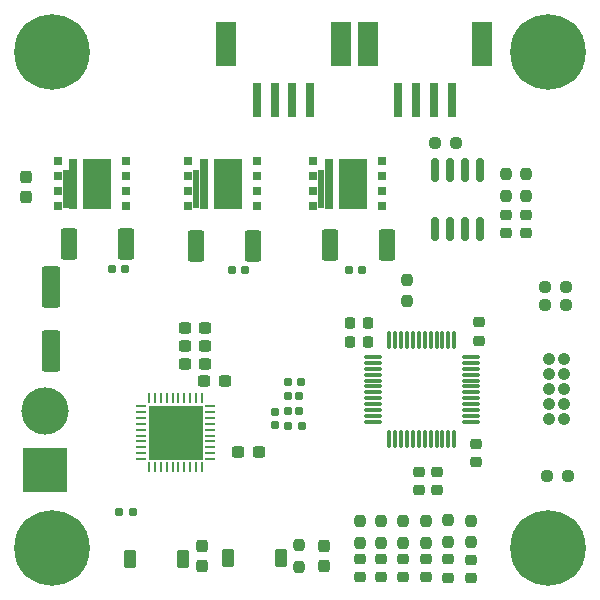
<source format=gts>
%TF.GenerationSoftware,KiCad,Pcbnew,8.0.4-8.0.4-0~ubuntu22.04.1*%
%TF.CreationDate,2024-08-14T23:11:35+09:00*%
%TF.ProjectId,motor_driver,6d6f746f-725f-4647-9269-7665722e6b69,rev?*%
%TF.SameCoordinates,Original*%
%TF.FileFunction,Soldermask,Top*%
%TF.FilePolarity,Negative*%
%FSLAX46Y46*%
G04 Gerber Fmt 4.6, Leading zero omitted, Abs format (unit mm)*
G04 Created by KiCad (PCBNEW 8.0.4-8.0.4-0~ubuntu22.04.1) date 2024-08-14 23:11:35*
%MOMM*%
%LPD*%
G01*
G04 APERTURE LIST*
G04 Aperture macros list*
%AMRoundRect*
0 Rectangle with rounded corners*
0 $1 Rounding radius*
0 $2 $3 $4 $5 $6 $7 $8 $9 X,Y pos of 4 corners*
0 Add a 4 corners polygon primitive as box body*
4,1,4,$2,$3,$4,$5,$6,$7,$8,$9,$2,$3,0*
0 Add four circle primitives for the rounded corners*
1,1,$1+$1,$2,$3*
1,1,$1+$1,$4,$5*
1,1,$1+$1,$6,$7*
1,1,$1+$1,$8,$9*
0 Add four rect primitives between the rounded corners*
20,1,$1+$1,$2,$3,$4,$5,0*
20,1,$1+$1,$4,$5,$6,$7,0*
20,1,$1+$1,$6,$7,$8,$9,0*
20,1,$1+$1,$8,$9,$2,$3,0*%
G04 Aperture macros list end*
%ADD10RoundRect,0.218750X0.256250X-0.218750X0.256250X0.218750X-0.256250X0.218750X-0.256250X-0.218750X0*%
%ADD11R,0.800000X2.900000*%
%ADD12R,1.800000X3.800000*%
%ADD13RoundRect,0.237500X-0.300000X-0.237500X0.300000X-0.237500X0.300000X0.237500X-0.300000X0.237500X0*%
%ADD14RoundRect,0.249999X-0.450001X-1.075001X0.450001X-1.075001X0.450001X1.075001X-0.450001X1.075001X0*%
%ADD15RoundRect,0.075000X-0.662500X-0.075000X0.662500X-0.075000X0.662500X0.075000X-0.662500X0.075000X0*%
%ADD16RoundRect,0.075000X-0.075000X-0.662500X0.075000X-0.662500X0.075000X0.662500X-0.075000X0.662500X0*%
%ADD17C,3.600000*%
%ADD18C,6.400000*%
%ADD19RoundRect,0.155000X0.212500X0.155000X-0.212500X0.155000X-0.212500X-0.155000X0.212500X-0.155000X0*%
%ADD20RoundRect,0.155000X-0.212500X-0.155000X0.212500X-0.155000X0.212500X0.155000X-0.212500X0.155000X0*%
%ADD21RoundRect,0.225000X-0.250000X0.225000X-0.250000X-0.225000X0.250000X-0.225000X0.250000X0.225000X0*%
%ADD22RoundRect,0.160000X0.197500X0.160000X-0.197500X0.160000X-0.197500X-0.160000X0.197500X-0.160000X0*%
%ADD23R,3.800000X3.800000*%
%ADD24C,4.000000*%
%ADD25RoundRect,0.237500X-0.250000X-0.237500X0.250000X-0.237500X0.250000X0.237500X-0.250000X0.237500X0*%
%ADD26RoundRect,0.237500X0.237500X-0.250000X0.237500X0.250000X-0.237500X0.250000X-0.237500X-0.250000X0*%
%ADD27RoundRect,0.175000X0.175000X-0.200000X0.175000X0.200000X-0.175000X0.200000X-0.175000X-0.200000X0*%
%ADD28RoundRect,0.262500X-0.262500X-0.537500X0.262500X-0.537500X0.262500X0.537500X-0.262500X0.537500X0*%
%ADD29R,0.800000X0.750000*%
%ADD30R,2.400000X4.200000*%
%ADD31R,0.750000X4.200000*%
%ADD32R,0.550000X3.280000*%
%ADD33RoundRect,0.150000X0.150000X-0.825000X0.150000X0.825000X-0.150000X0.825000X-0.150000X-0.825000X0*%
%ADD34RoundRect,0.237500X-0.237500X0.250000X-0.237500X-0.250000X0.237500X-0.250000X0.237500X0.250000X0*%
%ADD35C,1.070000*%
%ADD36RoundRect,0.237500X0.237500X-0.300000X0.237500X0.300000X-0.237500X0.300000X-0.237500X-0.300000X0*%
%ADD37RoundRect,0.225000X0.250000X-0.225000X0.250000X0.225000X-0.250000X0.225000X-0.250000X-0.225000X0*%
%ADD38RoundRect,0.262500X0.262500X0.537500X-0.262500X0.537500X-0.262500X-0.537500X0.262500X-0.537500X0*%
%ADD39RoundRect,0.155000X0.155000X-0.212500X0.155000X0.212500X-0.155000X0.212500X-0.155000X-0.212500X0*%
%ADD40RoundRect,0.250000X0.550000X-1.500000X0.550000X1.500000X-0.550000X1.500000X-0.550000X-1.500000X0*%
%ADD41RoundRect,0.237500X0.300000X0.237500X-0.300000X0.237500X-0.300000X-0.237500X0.300000X-0.237500X0*%
%ADD42RoundRect,0.225000X0.225000X0.250000X-0.225000X0.250000X-0.225000X-0.250000X0.225000X-0.250000X0*%
%ADD43RoundRect,0.249999X0.450001X1.075001X-0.450001X1.075001X-0.450001X-1.075001X0.450001X-1.075001X0*%
%ADD44RoundRect,0.062500X-0.062500X0.350000X-0.062500X-0.350000X0.062500X-0.350000X0.062500X0.350000X0*%
%ADD45RoundRect,0.062500X-0.350000X0.062500X-0.350000X-0.062500X0.350000X-0.062500X0.350000X0.062500X0*%
%ADD46C,0.508000*%
%ADD47R,4.600000X4.600000*%
%ADD48RoundRect,0.218750X-0.256250X0.218750X-0.256250X-0.218750X0.256250X-0.218750X0.256250X0.218750X0*%
%ADD49RoundRect,0.237500X-0.237500X0.300000X-0.237500X-0.300000X0.237500X-0.300000X0.237500X0.300000X0*%
G04 APERTURE END LIST*
D10*
%TO.C,D3*%
X120557600Y-123807000D03*
X120557600Y-122232000D03*
%TD*%
%TO.C,D4*%
X122400000Y-123815000D03*
X122400000Y-122240000D03*
%TD*%
%TO.C,D5*%
X124240000Y-123784100D03*
X124240000Y-122209100D03*
%TD*%
%TO.C,D6*%
X126150000Y-123795500D03*
X126150000Y-122220500D03*
%TD*%
%TO.C,D1*%
X128060000Y-123843300D03*
X128060000Y-122268300D03*
%TD*%
%TO.C,D2*%
X129970000Y-123880000D03*
X129970000Y-122305000D03*
%TD*%
D11*
%TO.C,J5*%
X116360000Y-83360000D03*
X114860000Y-83360000D03*
X113360000Y-83360000D03*
X111860000Y-83360000D03*
D12*
X118960000Y-78660000D03*
X109260000Y-78660000D03*
%TD*%
D13*
%TO.C,C4*%
X105745000Y-105740000D03*
X107470000Y-105740000D03*
%TD*%
D14*
%TO.C,R6*%
X95970400Y-95599620D03*
X100770400Y-95599620D03*
%TD*%
D15*
%TO.C,U5*%
X121660000Y-105140000D03*
X121660000Y-105640000D03*
X121660000Y-106140000D03*
X121660000Y-106640000D03*
X121660000Y-107140000D03*
X121660000Y-107640000D03*
X121660000Y-108140000D03*
X121660000Y-108640000D03*
X121660000Y-109140000D03*
X121660000Y-109640000D03*
X121660000Y-110140000D03*
X121660000Y-110640000D03*
D16*
X123072500Y-112052500D03*
X123572500Y-112052500D03*
X124072500Y-112052500D03*
X124572500Y-112052500D03*
X125072500Y-112052500D03*
X125572500Y-112052500D03*
X126072500Y-112052500D03*
X126572500Y-112052500D03*
X127072500Y-112052500D03*
X127572500Y-112052500D03*
X128072500Y-112052500D03*
X128572500Y-112052500D03*
D15*
X129985000Y-110640000D03*
X129985000Y-110140000D03*
X129985000Y-109640000D03*
X129985000Y-109140000D03*
X129985000Y-108640000D03*
X129985000Y-108140000D03*
X129985000Y-107640000D03*
X129985000Y-107140000D03*
X129985000Y-106640000D03*
X129985000Y-106140000D03*
X129985000Y-105640000D03*
X129985000Y-105140000D03*
D16*
X128572500Y-103727500D03*
X128072500Y-103727500D03*
X127572500Y-103727500D03*
X127072500Y-103727500D03*
X126572500Y-103727500D03*
X126072500Y-103727500D03*
X125572500Y-103727500D03*
X125072500Y-103727500D03*
X124572500Y-103727500D03*
X124072500Y-103727500D03*
X123572500Y-103727500D03*
X123072500Y-103727500D03*
%TD*%
D17*
%TO.C,H1*%
X94524000Y-79310400D03*
D18*
X94524000Y-79310400D03*
%TD*%
D13*
%TO.C,C1*%
X105747500Y-102650000D03*
X107472500Y-102650000D03*
%TD*%
D19*
%TO.C,C12*%
X100737900Y-97719620D03*
X99602900Y-97719620D03*
%TD*%
D20*
%TO.C,C10*%
X119625000Y-97750000D03*
X120760000Y-97750000D03*
%TD*%
D11*
%TO.C,J4*%
X128346800Y-83362800D03*
X126846800Y-83362800D03*
X125346800Y-83362800D03*
X123846800Y-83362800D03*
D12*
X130946800Y-78662800D03*
X121246800Y-78662800D03*
%TD*%
D21*
%TO.C,C27*%
X127090000Y-114850000D03*
X127090000Y-116400000D03*
%TD*%
D22*
%TO.C,R13*%
X115685000Y-110956250D03*
X114490000Y-110956250D03*
%TD*%
D23*
%TO.C,J1*%
X93960000Y-114740000D03*
D24*
X93960000Y-109740000D03*
%TD*%
D25*
%TO.C,R21*%
X136238750Y-100758750D03*
X138063750Y-100758750D03*
%TD*%
D26*
%TO.C,R23*%
X134688000Y-91482500D03*
X134688000Y-89657500D03*
%TD*%
D19*
%TO.C,C20*%
X115592500Y-107255000D03*
X114457500Y-107255000D03*
%TD*%
D27*
%TO.C,Y1*%
X114470000Y-109760000D03*
X115470000Y-109760000D03*
X114470000Y-108410000D03*
X115470000Y-108410000D03*
%TD*%
D26*
%TO.C,R24*%
X132996800Y-91480900D03*
X132996800Y-89655900D03*
%TD*%
D28*
%TO.C,SW2*%
X109455000Y-122180000D03*
X113905000Y-122180000D03*
%TD*%
D26*
%TO.C,R19*%
X115450000Y-122905000D03*
X115450000Y-121080000D03*
%TD*%
D17*
%TO.C,H3*%
X136524000Y-79310400D03*
D18*
X136524000Y-79310400D03*
%TD*%
D29*
%TO.C,Q2*%
X106050000Y-88580000D03*
X106050000Y-89850000D03*
X106050000Y-91120000D03*
X106050000Y-92390000D03*
X111840000Y-92390000D03*
X111840000Y-91120000D03*
X111840000Y-89850000D03*
X111840000Y-88580000D03*
D30*
X109400000Y-90485000D03*
D31*
X107375000Y-90485000D03*
D32*
X106725000Y-90945000D03*
%TD*%
D33*
%TO.C,U6*%
X126974600Y-94270600D03*
X128244600Y-94270600D03*
X129514600Y-94270600D03*
X130784600Y-94270600D03*
X130784600Y-89320600D03*
X129514600Y-89320600D03*
X128244600Y-89320600D03*
X126974600Y-89320600D03*
%TD*%
D26*
%TO.C,R17*%
X124610000Y-100442500D03*
X124610000Y-98617500D03*
%TD*%
D25*
%TO.C,R22*%
X126935000Y-87010000D03*
X128760000Y-87010000D03*
%TD*%
D34*
%TO.C,R10*%
X128060000Y-118986700D03*
X128060000Y-120811700D03*
%TD*%
D21*
%TO.C,C28*%
X125560000Y-114850000D03*
X125560000Y-116400000D03*
%TD*%
D35*
%TO.C,J3*%
X136620000Y-105320000D03*
X137890000Y-105320000D03*
X136620000Y-106590000D03*
X137890000Y-106590000D03*
X136620000Y-107860000D03*
X137890000Y-107860000D03*
X136620000Y-109130000D03*
X137890000Y-109130000D03*
X136620000Y-110400000D03*
X137890000Y-110400000D03*
%TD*%
D25*
%TO.C,R20*%
X136241250Y-99198750D03*
X138066250Y-99198750D03*
%TD*%
D36*
%TO.C,C9*%
X92280000Y-91632500D03*
X92280000Y-89907500D03*
%TD*%
D34*
%TO.C,R11*%
X129970000Y-118995000D03*
X129970000Y-120820000D03*
%TD*%
D37*
%TO.C,C25*%
X130648500Y-103750400D03*
X130648500Y-102200400D03*
%TD*%
D34*
%TO.C,R15*%
X124255900Y-119059100D03*
X124255900Y-120884100D03*
%TD*%
%TO.C,R16*%
X126150000Y-119047500D03*
X126150000Y-120872500D03*
%TD*%
D38*
%TO.C,SW1*%
X105605000Y-122220000D03*
X101155000Y-122220000D03*
%TD*%
D25*
%TO.C,R18*%
X136387500Y-115200000D03*
X138212500Y-115200000D03*
%TD*%
D29*
%TO.C,Q3*%
X94984200Y-88577000D03*
X94984200Y-89847000D03*
X94984200Y-91117000D03*
X94984200Y-92387000D03*
X100774200Y-92387000D03*
X100774200Y-91117000D03*
X100774200Y-89847000D03*
X100774200Y-88577000D03*
D30*
X98334200Y-90482000D03*
D31*
X96309200Y-90482000D03*
D32*
X95659200Y-90942000D03*
%TD*%
D39*
%TO.C,C19*%
X113380000Y-110907500D03*
X113380000Y-109772500D03*
%TD*%
D21*
%TO.C,C24*%
X130400000Y-112515000D03*
X130400000Y-114065000D03*
%TD*%
D14*
%TO.C,R5*%
X106693000Y-95717400D03*
X111493000Y-95717400D03*
%TD*%
D40*
%TO.C,C8*%
X94400000Y-104610000D03*
X94400000Y-99210000D03*
%TD*%
D13*
%TO.C,C2*%
X105742500Y-104200000D03*
X107467500Y-104200000D03*
%TD*%
D17*
%TO.C,H4*%
X136524000Y-121310400D03*
D18*
X136524000Y-121310400D03*
%TD*%
D41*
%TO.C,C6*%
X112015000Y-113210000D03*
X110290000Y-113210000D03*
%TD*%
D36*
%TO.C,C21*%
X107240000Y-122850000D03*
X107240000Y-121125000D03*
%TD*%
D42*
%TO.C,C22*%
X121275000Y-103840000D03*
X119725000Y-103840000D03*
%TD*%
D41*
%TO.C,C3*%
X109130000Y-107200000D03*
X107405000Y-107200000D03*
%TD*%
D42*
%TO.C,C23*%
X121295000Y-102250000D03*
X119745000Y-102250000D03*
%TD*%
D43*
%TO.C,R4*%
X122850000Y-95673300D03*
X118050000Y-95673300D03*
%TD*%
D19*
%TO.C,C11*%
X110855000Y-97810000D03*
X109720000Y-97810000D03*
%TD*%
D17*
%TO.C,H2*%
X94524000Y-121310400D03*
D18*
X94524000Y-121310400D03*
%TD*%
D34*
%TO.C,R14*%
X122400000Y-119067000D03*
X122400000Y-120892000D03*
%TD*%
D44*
%TO.C,U1*%
X107225000Y-108607500D03*
X106725000Y-108607500D03*
X106225000Y-108607500D03*
X105725000Y-108607500D03*
X105225000Y-108607500D03*
X104725000Y-108607500D03*
X104225000Y-108607500D03*
X103725000Y-108607500D03*
X103225000Y-108607500D03*
X102725000Y-108607500D03*
D45*
X102037500Y-109295000D03*
X102037500Y-109795000D03*
X102037500Y-110295000D03*
X102037500Y-110795000D03*
X102037500Y-111295000D03*
X102037500Y-111795000D03*
X102037500Y-112295000D03*
X102037500Y-112795000D03*
X102037500Y-113295000D03*
X102037500Y-113795000D03*
D44*
X102725000Y-114482500D03*
X103225000Y-114482500D03*
X103725000Y-114482500D03*
X104225000Y-114482500D03*
X104725000Y-114482500D03*
X105225000Y-114482500D03*
X105725000Y-114482500D03*
X106225000Y-114482500D03*
X106725000Y-114482500D03*
X107225000Y-114482500D03*
D45*
X107912500Y-113795000D03*
X107912500Y-113295000D03*
X107912500Y-112795000D03*
X107912500Y-112295000D03*
X107912500Y-111795000D03*
X107912500Y-111295000D03*
X107912500Y-110795000D03*
X107912500Y-110295000D03*
X107912500Y-109795000D03*
X107912500Y-109295000D03*
D46*
X106400000Y-110245000D03*
X104975000Y-110255000D03*
X103575000Y-110270000D03*
X106400000Y-111520000D03*
X103575000Y-111520000D03*
X104975000Y-111525000D03*
D47*
X104975000Y-111545000D03*
D46*
X106400000Y-112795000D03*
X104975000Y-112795000D03*
X103575000Y-112820000D03*
%TD*%
D29*
%TO.C,Q1*%
X116630000Y-88555000D03*
X116630000Y-89825000D03*
X116630000Y-91095000D03*
X116630000Y-92365000D03*
X122420000Y-92365000D03*
X122420000Y-91095000D03*
X122420000Y-89825000D03*
X122420000Y-88555000D03*
D30*
X119980000Y-90460000D03*
D31*
X117955000Y-90460000D03*
D32*
X117305000Y-90920000D03*
%TD*%
D48*
%TO.C,D7*%
X134670000Y-93090000D03*
X134670000Y-94665000D03*
%TD*%
%TO.C,D8*%
X132996800Y-93095900D03*
X132996800Y-94670900D03*
%TD*%
D34*
%TO.C,R12*%
X120573500Y-119059000D03*
X120573500Y-120884000D03*
%TD*%
D49*
%TO.C,C26*%
X117562500Y-121130000D03*
X117562500Y-122855000D03*
%TD*%
D19*
%TO.C,C7*%
X101340000Y-118290000D03*
X100205000Y-118290000D03*
%TD*%
M02*

</source>
